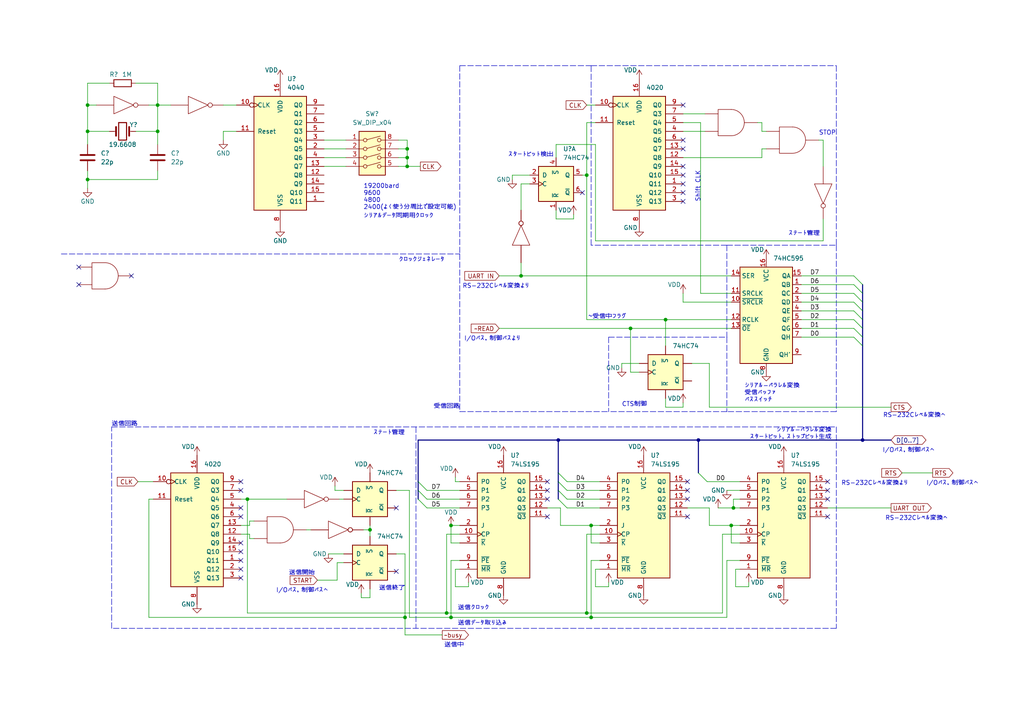
<source format=kicad_sch>
(kicad_sch (version 20211123) (generator eeschema)
  (paper "A4")
  (junction (at 25.4 38.1))
  (junction (at 107.315 153.67))
  (junction (at 193.04 92.71))
  (junction (at 45.72 38.1))
  (junction (at 170.18 50.8))
  (junction (at 130.81 179.07))
  (junction (at 45.72 30.48))
  (junction (at 130.81 152.4))
  (junction (at 71.755 144.78))
  (junction (at 250.19 127.635))
  (junction (at 117.475 179.07))
  (junction (at 161.925 127.635))
  (junction (at 129.54 177.8))
  (junction (at 170.18 177.8))
  (junction (at 118.11 43.18))
  (junction (at 212.725 147.32))
  (junction (at 212.09 152.4))
  (junction (at 25.4 30.48))
  (junction (at 151.13 80.01))
  (junction (at 171.45 152.4))
  (junction (at 118.11 45.72))
  (junction (at 118.11 48.26))
  (junction (at 182.88 95.25))
  (junction (at 25.4 52.07))
  (junction (at 171.45 179.07))
  (junction (at 202.565 127.635))
  (no_connect (at 158.75 144.78))
  (no_connect (at 69.85 160.02))
  (no_connect (at 199.39 144.78))
  (no_connect (at 158.75 142.24))
  (no_connect (at 158.75 139.7))
  (no_connect (at 69.85 162.56))
  (no_connect (at 240.03 142.24))
  (no_connect (at 199.39 149.86))
  (no_connect (at 198.12 40.64))
  (no_connect (at 240.03 149.86))
  (no_connect (at 168.91 55.88))
  (no_connect (at 198.12 30.48))
  (no_connect (at 240.03 144.78))
  (no_connect (at 69.85 165.1))
  (no_connect (at 240.03 139.7))
  (no_connect (at 198.12 50.8))
  (no_connect (at 114.935 165.735))
  (no_connect (at 69.85 142.24))
  (no_connect (at 69.85 167.64))
  (no_connect (at 198.12 55.88))
  (no_connect (at 69.85 139.7))
  (no_connect (at 198.12 58.42))
  (no_connect (at 199.39 142.24))
  (no_connect (at 22.86 77.47))
  (no_connect (at 198.12 53.34))
  (no_connect (at 69.85 149.86))
  (no_connect (at 69.85 147.32))
  (no_connect (at 198.12 43.18))
  (no_connect (at 38.1 80.01))
  (no_connect (at 199.39 139.7))
  (no_connect (at 198.12 48.26))
  (no_connect (at 158.75 149.86))
  (no_connect (at 69.85 157.48))
  (no_connect (at 114.935 147.32))
  (no_connect (at 22.86 82.55))
  (bus_entry (at 202.565 137.16) (size 2.54 2.54))
  (bus_entry (at 161.925 144.78) (size 2.54 2.54))
  (bus_entry (at 247.65 80.01) (size 2.54 2.54))
  (bus_entry (at 247.65 92.71) (size 2.54 2.54))
  (bus_entry (at 247.65 90.17) (size 2.54 2.54))
  (bus_entry (at 121.285 142.24) (size 2.54 2.54))
  (bus_entry (at 161.925 142.24) (size 2.54 2.54))
  (bus_entry (at 121.285 139.7) (size 2.54 2.54))
  (bus_entry (at 247.65 85.09) (size 2.54 2.54))
  (bus_entry (at 121.285 144.78) (size 2.54 2.54))
  (bus_entry (at 247.65 87.63) (size 2.54 2.54))
  (bus_entry (at 161.925 139.7) (size 2.54 2.54))
  (bus_entry (at 161.925 137.16) (size 2.54 2.54))
  (bus_entry (at 247.65 97.79) (size 2.54 2.54))
  (bus_entry (at 247.65 82.55) (size 2.54 2.54))
  (bus_entry (at 247.65 95.25) (size 2.54 2.54))
  (wire (pts (xy 130.81 162.56) (xy 133.35 162.56)))
  (wire (pts (xy 25.4 30.48) (xy 25.4 38.1)))
  (wire (pts (xy 212.725 144.78) (xy 212.725 147.32)))
  (wire (pts (xy 71.755 144.78) (xy 83.185 144.78)))
  (bus (pts (xy 250.19 127.635) (xy 258.445 127.635)))
  (wire (pts (xy 213.36 165.1) (xy 213.36 170.18)))
  (wire (pts (xy 123.825 142.24) (xy 133.35 142.24)))
  (wire (pts (xy 193.04 115.57) (xy 193.04 118.11)))
  (wire (pts (xy 205.105 139.7) (xy 214.63 139.7)))
  (wire (pts (xy 25.4 24.13) (xy 25.4 30.48)))
  (wire (pts (xy 148.59 50.8) (xy 153.67 50.8)))
  (wire (pts (xy 69.85 152.4) (xy 72.39 152.4)))
  (wire (pts (xy 25.4 38.1) (xy 31.75 38.1)))
  (wire (pts (xy 198.12 35.56) (xy 203.2 35.56)))
  (wire (pts (xy 220.98 38.1) (xy 222.25 38.1)))
  (polyline (pts (xy 210.82 71.12) (xy 171.45 71.12)))
  (bus (pts (xy 161.925 142.24) (xy 161.925 144.78)))
  (wire (pts (xy 25.4 38.1) (xy 25.4 41.91)))
  (wire (pts (xy 232.41 92.71) (xy 247.65 92.71)))
  (wire (pts (xy 214.63 165.1) (xy 213.36 165.1)))
  (wire (pts (xy 199.39 147.32) (xy 205.74 147.32)))
  (wire (pts (xy 261.62 137.16) (xy 270.51 137.16)))
  (wire (pts (xy 148.59 52.07) (xy 148.59 50.8)))
  (polyline (pts (xy 210.82 71.12) (xy 242.57 71.12)))
  (wire (pts (xy 118.745 179.07) (xy 130.81 179.07)))
  (wire (pts (xy 232.41 95.25) (xy 247.65 95.25)))
  (bus (pts (xy 121.285 127.635) (xy 121.285 139.7)))
  (wire (pts (xy 64.77 30.48) (xy 68.58 30.48)))
  (wire (pts (xy 172.72 69.85) (xy 238.76 69.85)))
  (wire (pts (xy 151.13 76.2) (xy 151.13 80.01)))
  (wire (pts (xy 173.99 152.4) (xy 171.45 152.4)))
  (wire (pts (xy 40.005 139.7) (xy 44.45 139.7)))
  (wire (pts (xy 173.99 154.94) (xy 170.18 154.94)))
  (wire (pts (xy 132.08 138.43) (xy 132.08 139.7)))
  (wire (pts (xy 161.29 41.91) (xy 172.72 41.91)))
  (wire (pts (xy 130.81 157.48) (xy 133.35 157.48)))
  (polyline (pts (xy 133.35 19.05) (xy 133.35 73.66)))
  (wire (pts (xy 129.54 154.94) (xy 133.35 154.94)))
  (wire (pts (xy 115.57 45.72) (xy 118.11 45.72)))
  (wire (pts (xy 100.33 43.18) (xy 93.98 43.18)))
  (wire (pts (xy 164.465 144.78) (xy 173.99 144.78)))
  (wire (pts (xy 129.54 177.8) (xy 129.54 154.94)))
  (bus (pts (xy 250.19 82.55) (xy 250.19 85.09)))
  (wire (pts (xy 43.18 30.48) (xy 45.72 30.48)))
  (wire (pts (xy 220.98 35.56) (xy 220.98 38.1)))
  (polyline (pts (xy 242.57 182.245) (xy 32.385 182.245)))
  (wire (pts (xy 114.935 142.24) (xy 118.745 142.24)))
  (wire (pts (xy 90.17 153.67) (xy 88.9 153.67)))
  (polyline (pts (xy 32.385 123.825) (xy 242.57 123.825)))
  (wire (pts (xy 45.72 52.07) (xy 45.72 49.53)))
  (polyline (pts (xy 32.385 182.245) (xy 32.385 123.825)))
  (polyline (pts (xy 210.82 119.38) (xy 176.53 119.38)))
  (wire (pts (xy 25.4 54.61) (xy 25.4 52.07)))
  (wire (pts (xy 170.18 92.71) (xy 193.04 92.71)))
  (wire (pts (xy 203.2 35.56) (xy 203.2 85.09)))
  (wire (pts (xy 153.67 53.34) (xy 151.13 53.34)))
  (wire (pts (xy 193.04 118.11) (xy 198.12 118.11)))
  (wire (pts (xy 173.99 162.56) (xy 171.45 162.56)))
  (wire (pts (xy 232.41 97.79) (xy 247.65 97.79)))
  (wire (pts (xy 107.315 153.67) (xy 107.315 155.575)))
  (polyline (pts (xy 17.78 73.66) (xy 133.35 73.66)))
  (polyline (pts (xy 242.57 19.05) (xy 242.57 71.12)))
  (wire (pts (xy 92.075 168.275) (xy 97.79 168.275)))
  (polyline (pts (xy 133.35 119.38) (xy 176.53 119.38)))
  (polyline (pts (xy 133.35 73.66) (xy 133.35 119.38)))
  (wire (pts (xy 164.465 142.24) (xy 173.99 142.24)))
  (bus (pts (xy 161.925 139.7) (xy 161.925 142.24)))
  (wire (pts (xy 44.45 144.78) (xy 43.18 144.78)))
  (wire (pts (xy 107.315 153.67) (xy 107.315 152.4)))
  (wire (pts (xy 172.72 165.1) (xy 172.72 170.18)))
  (bus (pts (xy 161.925 127.635) (xy 121.285 127.635)))
  (wire (pts (xy 220.98 43.18) (xy 222.25 43.18)))
  (polyline (pts (xy 176.53 97.79) (xy 210.82 97.79)))
  (wire (pts (xy 71.755 144.78) (xy 71.755 177.8)))
  (wire (pts (xy 25.4 49.53) (xy 25.4 52.07)))
  (wire (pts (xy 100.33 45.72) (xy 93.98 45.72)))
  (wire (pts (xy 104.775 173.355) (xy 107.315 173.355)))
  (wire (pts (xy 208.28 147.32) (xy 212.725 147.32)))
  (wire (pts (xy 232.41 82.55) (xy 247.65 82.55)))
  (bus (pts (xy 250.19 97.79) (xy 250.19 100.33)))
  (wire (pts (xy 144.78 80.01) (xy 151.13 80.01)))
  (wire (pts (xy 93.98 40.64) (xy 100.33 40.64)))
  (wire (pts (xy 210.82 179.07) (xy 171.45 179.07)))
  (wire (pts (xy 72.39 152.4) (xy 72.39 151.13)))
  (wire (pts (xy 170.18 177.8) (xy 209.55 177.8)))
  (bus (pts (xy 161.925 137.16) (xy 161.925 139.7)))
  (wire (pts (xy 105.41 153.67) (xy 107.315 153.67)))
  (wire (pts (xy 193.04 92.71) (xy 212.09 92.71)))
  (wire (pts (xy 171.45 152.4) (xy 171.45 157.48)))
  (wire (pts (xy 210.82 162.56) (xy 210.82 179.07)))
  (wire (pts (xy 161.29 63.5) (xy 166.37 63.5)))
  (wire (pts (xy 39.37 24.13) (xy 45.72 24.13)))
  (wire (pts (xy 45.72 30.48) (xy 49.53 30.48)))
  (wire (pts (xy 161.29 60.96) (xy 161.29 63.5)))
  (wire (pts (xy 164.465 139.7) (xy 173.99 139.7)))
  (polyline (pts (xy 171.45 19.05) (xy 242.57 19.05)))
  (wire (pts (xy 69.85 154.94) (xy 72.39 154.94)))
  (wire (pts (xy 151.13 53.34) (xy 151.13 60.96)))
  (wire (pts (xy 172.72 170.18) (xy 176.53 170.18)))
  (wire (pts (xy 71.755 177.8) (xy 129.54 177.8)))
  (wire (pts (xy 123.825 144.78) (xy 133.35 144.78)))
  (bus (pts (xy 161.925 127.635) (xy 202.565 127.635)))
  (wire (pts (xy 205.74 152.4) (xy 212.09 152.4)))
  (wire (pts (xy 180.34 105.41) (xy 185.42 105.41)))
  (wire (pts (xy 69.85 144.78) (xy 71.755 144.78)))
  (bus (pts (xy 250.19 92.71) (xy 250.19 95.25)))
  (wire (pts (xy 114.935 160.655) (xy 117.475 160.655)))
  (wire (pts (xy 133.35 152.4) (xy 130.81 152.4)))
  (wire (pts (xy 238.76 63.5) (xy 238.76 69.85)))
  (wire (pts (xy 214.63 152.4) (xy 212.09 152.4)))
  (wire (pts (xy 182.88 95.25) (xy 212.09 95.25)))
  (wire (pts (xy 212.725 144.78) (xy 214.63 144.78)))
  (wire (pts (xy 97.155 140.97) (xy 97.155 142.24)))
  (wire (pts (xy 117.475 179.07) (xy 117.475 184.15)))
  (wire (pts (xy 133.35 165.1) (xy 132.08 165.1)))
  (wire (pts (xy 132.08 139.7) (xy 133.35 139.7)))
  (wire (pts (xy 115.57 48.26) (xy 118.11 48.26)))
  (wire (pts (xy 162.56 147.32) (xy 162.56 152.4)))
  (wire (pts (xy 219.71 35.56) (xy 220.98 35.56)))
  (wire (pts (xy 123.825 147.32) (xy 133.35 147.32)))
  (wire (pts (xy 118.11 40.64) (xy 118.11 43.18)))
  (wire (pts (xy 97.79 163.195) (xy 97.79 168.275)))
  (wire (pts (xy 232.41 85.09) (xy 247.65 85.09)))
  (bus (pts (xy 250.19 100.33) (xy 250.19 127.635)))
  (wire (pts (xy 220.98 45.72) (xy 220.98 43.18)))
  (wire (pts (xy 171.45 179.07) (xy 130.81 179.07)))
  (wire (pts (xy 198.12 87.63) (xy 212.09 87.63)))
  (wire (pts (xy 170.18 92.71) (xy 170.18 50.8)))
  (wire (pts (xy 45.72 30.48) (xy 45.72 38.1)))
  (wire (pts (xy 172.72 41.91) (xy 172.72 69.85)))
  (wire (pts (xy 97.155 142.24) (xy 99.695 142.24)))
  (wire (pts (xy 237.49 40.64) (xy 238.76 40.64)))
  (polyline (pts (xy 120.65 123.825) (xy 120.65 182.245)))
  (wire (pts (xy 162.56 152.4) (xy 171.45 152.4)))
  (wire (pts (xy 209.55 154.94) (xy 209.55 177.8)))
  (wire (pts (xy 64.77 38.1) (xy 64.77 40.64)))
  (wire (pts (xy 173.99 165.1) (xy 172.72 165.1)))
  (wire (pts (xy 100.33 48.26) (xy 93.98 48.26)))
  (wire (pts (xy 132.08 170.18) (xy 135.89 170.18)))
  (wire (pts (xy 214.63 162.56) (xy 210.82 162.56)))
  (wire (pts (xy 172.72 35.56) (xy 170.18 35.56)))
  (wire (pts (xy 212.09 157.48) (xy 214.63 157.48)))
  (wire (pts (xy 95.25 160.655) (xy 99.695 160.655)))
  (wire (pts (xy 72.39 151.13) (xy 73.66 151.13)))
  (bus (pts (xy 121.285 139.7) (xy 121.285 142.24)))
  (bus (pts (xy 202.565 127.635) (xy 202.565 137.16)))
  (wire (pts (xy 115.57 40.64) (xy 118.11 40.64)))
  (wire (pts (xy 31.75 24.13) (xy 25.4 24.13)))
  (wire (pts (xy 176.53 170.18) (xy 176.53 168.91)))
  (wire (pts (xy 200.66 105.41) (xy 205.74 105.41)))
  (wire (pts (xy 170.18 154.94) (xy 170.18 177.8)))
  (wire (pts (xy 170.18 30.48) (xy 172.72 30.48)))
  (wire (pts (xy 72.39 156.21) (xy 73.66 156.21)))
  (bus (pts (xy 121.285 142.24) (xy 121.285 144.78)))
  (wire (pts (xy 118.745 142.24) (xy 118.745 179.07)))
  (wire (pts (xy 198.12 118.11) (xy 198.12 116.84)))
  (wire (pts (xy 25.4 52.07) (xy 45.72 52.07)))
  (wire (pts (xy 164.465 147.32) (xy 173.99 147.32)))
  (wire (pts (xy 193.04 92.71) (xy 193.04 100.33)))
  (polyline (pts (xy 242.57 123.825) (xy 242.57 182.245)))
  (bus (pts (xy 202.565 127.635) (xy 250.19 127.635)))
  (wire (pts (xy 117.475 160.655) (xy 117.475 179.07)))
  (bus (pts (xy 250.19 95.25) (xy 250.19 97.79)))
  (wire (pts (xy 170.18 50.8) (xy 168.91 50.8)))
  (wire (pts (xy 171.45 162.56) (xy 171.45 179.07)))
  (wire (pts (xy 25.4 30.48) (xy 27.94 30.48)))
  (wire (pts (xy 205.74 147.32) (xy 205.74 152.4)))
  (wire (pts (xy 99.695 163.195) (xy 97.79 163.195)))
  (polyline (pts (xy 242.57 119.38) (xy 210.82 119.38)))
  (wire (pts (xy 213.36 170.18) (xy 217.17 170.18)))
  (wire (pts (xy 72.39 154.94) (xy 72.39 156.21)))
  (wire (pts (xy 135.89 170.18) (xy 135.89 168.91)))
  (wire (pts (xy 129.54 177.8) (xy 170.18 177.8)))
  (wire (pts (xy 171.45 157.48) (xy 173.99 157.48)))
  (bus (pts (xy 250.19 87.63) (xy 250.19 90.17)))
  (wire (pts (xy 198.12 45.72) (xy 220.98 45.72)))
  (bus (pts (xy 161.925 127.635) (xy 161.925 137.16)))
  (wire (pts (xy 170.18 35.56) (xy 170.18 50.8)))
  (wire (pts (xy 212.725 147.32) (xy 214.63 147.32)))
  (wire (pts (xy 232.41 90.17) (xy 247.65 90.17)))
  (wire (pts (xy 68.58 38.1) (xy 64.77 38.1)))
  (polyline (pts (xy 210.82 97.79) (xy 210.82 119.38)))
  (wire (pts (xy 118.11 45.72) (xy 118.11 48.26)))
  (wire (pts (xy 210.82 142.24) (xy 214.63 142.24)))
  (polyline (pts (xy 242.57 71.12) (xy 242.57 119.38)))
  (wire (pts (xy 198.12 38.1) (xy 204.47 38.1)))
  (wire (pts (xy 166.37 63.5) (xy 166.37 62.23)))
  (wire (pts (xy 161.29 45.72) (xy 161.29 41.91)))
  (wire (pts (xy 115.57 43.18) (xy 118.11 43.18)))
  (wire (pts (xy 232.41 87.63) (xy 247.65 87.63)))
  (wire (pts (xy 198.12 85.09) (xy 198.12 87.63)))
  (polyline (pts (xy 171.45 71.12) (xy 171.45 19.05)))
  (wire (pts (xy 45.72 38.1) (xy 45.72 41.91)))
  (wire (pts (xy 132.08 165.1) (xy 132.08 170.18)))
  (wire (pts (xy 130.81 152.4) (xy 130.81 157.48)))
  (wire (pts (xy 214.63 154.94) (xy 209.55 154.94)))
  (polyline (pts (xy 176.53 97.79) (xy 176.53 119.38)))
  (wire (pts (xy 182.88 95.25) (xy 182.88 107.95)))
  (wire (pts (xy 180.34 106.68) (xy 180.34 105.41)))
  (bus (pts (xy 250.19 85.09) (xy 250.19 87.63)))
  (wire (pts (xy 203.2 85.09) (xy 212.09 85.09)))
  (polyline (pts (xy 133.35 19.05) (xy 171.45 19.05)))
  (wire (pts (xy 182.88 107.95) (xy 185.42 107.95)))
  (wire (pts (xy 118.11 43.18) (xy 118.11 45.72)))
  (wire (pts (xy 212.09 152.4) (xy 212.09 157.48)))
  (wire (pts (xy 238.76 40.64) (xy 238.76 48.26)))
  (wire (pts (xy 205.74 118.11) (xy 258.445 118.11)))
  (wire (pts (xy 151.13 80.01) (xy 212.09 80.01)))
  (wire (pts (xy 232.41 80.01) (xy 247.65 80.01)))
  (wire (pts (xy 39.37 38.1) (xy 45.72 38.1)))
  (wire (pts (xy 104.775 172.085) (xy 104.775 173.355)))
  (wire (pts (xy 98.425 144.78) (xy 99.695 144.78)))
  (wire (pts (xy 130.81 179.07) (xy 130.81 162.56)))
  (wire (pts (xy 117.475 179.07) (xy 43.18 179.07)))
  (wire (pts (xy 43.18 144.78) (xy 43.18 179.07)))
  (wire (pts (xy 45.72 24.13) (xy 45.72 30.48)))
  (wire (pts (xy 107.315 173.355) (xy 107.315 170.815)))
  (wire (pts (xy 117.475 184.15) (xy 128.27 184.15)))
  (wire (pts (xy 217.17 170.18) (xy 217.17 168.91)))
  (wire (pts (xy 258.445 147.32) (xy 240.03 147.32)))
  (wire (pts (xy 205.74 105.41) (xy 205.74 118.11)))
  (bus (pts (xy 250.19 90.17) (xy 250.19 92.71)))
  (wire (pts (xy 144.78 95.25) (xy 182.88 95.25)))
  (polyline (pts (xy 210.82 71.12) (xy 210.82 97.79)))
  (wire (pts (xy 198.12 33.02) (xy 204.47 33.02)))
  (wire (pts (xy 118.11 48.26) (xy 121.92 48.26)))
  (wire (pts (xy 158.75 147.32) (xy 162.56 147.32)))
  (text "19200bard\n9600\n4800\n2400(よく使う分周比で設定可能)" (at 105.41 60.96 0) (effects (font (size 1.27 1.27)) (justify left bottom)))
  (text "STOP" (at 237.49 39.37 0) (effects (font (size 1.27 1.27)) (justify left bottom)))
  (text "RS-232Cレベル変換より" (at 263.525 140.97 180) (effects (font (size 1.27 1.27)) (justify right bottom)))
  (text "〜受信中フラグ" (at 181.61 92.71 180) (effects (font (size 1.27 1.27)) (justify right bottom)))
  (text "シリアル-パラレル変換\n受信バッファ\nバススイッチ" (at 215.9 116.84 0) (effects (font (size 1.27 1.27)) (justify left bottom)))
  (text "I/Oバス，制御バスへ" (at 271.145 131.445 180) (effects (font (size 1.27 1.27)) (justify right bottom)))
  (text "Shift CLK" (at 203.2 49.53 270) (effects (font (size 1.27 1.27)) (justify right bottom)))
  (text "送信データ取り込み" (at 132.715 181.61 0) (effects (font (size 1.27 1.27)) (justify left bottom)))
  (text "RS-232Cレベル変換へ" (at 274.32 121.285 180) (effects (font (size 1.27 1.27)) (justify right bottom)))
  (text "I/Oバス，制御バスより" (at 151.13 99.06 180) (effects (font (size 1.27 1.27)) (justify right bottom)))
  (text "スタートビット検出" (at 147.32 45.72 0) (effects (font (size 1.27 1.27)) (justify left bottom)))
  (text "RS-232Cレベル変換へ" (at 274.955 151.13 180) (effects (font (size 1.27 1.27)) (justify right bottom)))
  (text "送信終了" (at 109.855 171.45 0) (effects (font (size 1.27 1.27)) (justify left bottom)))
  (text "I/Oバス，制御バスへ" (at 95.25 172.085 180) (effects (font (size 1.27 1.27)) (justify right bottom)))
  (text "I/Oバス，制御バスへ" (at 283.845 140.97 180) (effects (font (size 1.27 1.27)) (justify right bottom)))
  (text "受信回路" (at 125.73 118.745 0) (effects (font (size 1.27 1.27)) (justify left bottom)))
  (text "CTS制御" (at 180.34 118.11 0) (effects (font (size 1.27 1.27)) (justify left bottom)))
  (text "ステート管理" (at 228.6 68.58 0) (effects (font (size 1.27 1.27)) (justify left bottom)))
  (text "シリアルデータ同期用クロック" (at 105.41 63.5 0) (effects (font (size 1.27 1.27)) (justify left bottom)))
  (text "クロックジェネレータ" (at 115.57 76.2 0) (effects (font (size 1.27 1.27)) (justify left bottom)))
  (text "シリアル-パラレル変換\nスタートビット，ストップビット生成" (at 241.3 127.635 180) (effects (font (size 1.27 1.27)) (justify right bottom)))
  (text "ステート管理" (at 117.475 126.365 180) (effects (font (size 1.27 1.27)) (justify right bottom)))
  (text "RS-232Cレベル変換より" (at 153.67 83.82 180) (effects (font (size 1.27 1.27)) (justify right bottom)))
  (text "送信中" (at 134.62 187.96 180) (effects (font (size 1.27 1.27)) (justify right bottom)))
  (text "送信回路" (at 40.005 123.825 180) (effects (font (size 1.27 1.27)) (justify right bottom)))
  (text "送信クロック" (at 132.715 177.165 0) (effects (font (size 1.27 1.27)) (justify left bottom)))
  (text "送信開始" (at 91.44 167.005 180) (effects (font (size 1.27 1.27)) (justify right bottom)))
  (label "D6" (at 125.095 144.78 0))
  (label "D5" (at 234.95 85.09 0))
  (label "D7" (at 125.095 142.24 0))
  (label "D4" (at 167.005 139.7 0))
  (label "D0" (at 234.95 97.79 0))
  (label "D5" (at 125.095 147.32 0))
  (label "D4" (at 234.95 87.63 0))
  (label "D6" (at 234.95 82.55 0))
  (label "D2" (at 167.005 144.78 0))
  (label "D0" (at 207.645 139.7 0))
  (label "D2" (at 234.95 92.71 0))
  (label "D1" (at 167.005 147.32 0))
  (label "D3" (at 167.005 142.24 0))
  (label "D1" (at 234.95 95.25 0))
  (label "D7" (at 234.95 80.01 0))
  (label "D3" (at 234.95 90.17 0))
  (global_label "RTS" (shape output) (at 270.51 137.16 0) (property "シート間のリファレンス" "${INTERSHEET_REFS}" (effects hide)))
  (global_label "~READ" (shape input) (at 144.78 95.25 180) (property "シート間のリファレンス" "${INTERSHEET_REFS}" (effects hide)))
  (global_label "UART IN" (shape input) (at 144.78 80.01 180) (property "シート間のリファレンス" "${INTERSHEET_REFS}" (effects hide)))
  (global_label "CTS" (shape output) (at 258.445 118.11 0) (property "シート間のリファレンス" "${INTERSHEET_REFS}" (effects hide)))
  (global_label "RTS" (shape input) (at 261.62 137.16 180) (property "シート間のリファレンス" "${INTERSHEET_REFS}" (effects hide)))
  (global_label "START" (shape input) (at 92.075 168.275 180) (property "シート間のリファレンス" "${INTERSHEET_REFS}" (effects hide)))
  (global_label "D[0..7]" (shape bidirectional) (at 258.445 127.635 0) (property "シート間のリファレンス" "${INTERSHEET_REFS}" (effects hide)))
  (global_label "CLK" (shape input) (at 40.005 139.7 180) (property "Intersheet References" "${INTERSHEET_REFS}" (effects hide)))
  (global_label "CLK" (shape output) (at 121.92 48.26 0) (property "Intersheet References" "${INTERSHEET_REFS}" (effects hide)))
  (global_label "CLK" (shape input) (at 170.18 30.48 180) (property "Intersheet References" "${INTERSHEET_REFS}" (effects hide)))
  (global_label "~busy" (shape output) (at 128.27 184.15 0) (property "シート間のリファレンス" "${INTERSHEET_REFS}" (effects hide)))
  (global_label "UART OUT" (shape output) (at 258.445 147.32 0) (property "シート間のリファレンス" "${INTERSHEET_REFS}" (effects hide)))
  (symbol (lib_id "power:VDD") (at 97.155 140.97 0) (unit 1)
    (property "Reference" "#PWR?" (effects hide))
    (property "Value" "VDD" (at 94.615 138.43 0))
  )
  (symbol (lib_id "power:VDD") (at 146.05 132.08 0) (unit 1)
    (property "Reference" "#PWR?" (effects hide))
    (property "Value" "VDD" (at 143.51 129.54 0))
  )
  (symbol (lib_id "power:VDD") (at 135.89 168.91 0) (unit 1)
    (property "Reference" "#PWR?" (effects hide))
    (property "Value" "VDD" (at 138.43 168.91 0))
  )
  (symbol (lib_id "power:VDD") (at 208.28 147.32 0) (unit 1)
    (property "Reference" "#PWR?" (effects hide))
    (property "Value" "VDD" (at 205.74 144.78 0))
  )
  (symbol (lib_name "CD74HC04_2") (lib_id "CD74HCXX:CD74HC04") (at 238.76 55.88 270) (unit 3)
    (property "Reference" "U?" (effects hide))
    (property "Value" "CD74HC04" (effects hide))
  )
  (symbol (lib_name "GND_1") (lib_id "power:GND") (at 180.34 106.68 0) (unit 1)
    (property "Reference" "#PWR?" (effects hide))
    (property "Value" "GND" (at 177.8 106.68 0))
  )
  (symbol (lib_name "GND_1") (lib_id "power:GND") (at 222.25 107.95 0) (unit 1)
    (property "Reference" "#PWR?" (effects hide))
    (property "Value" "GND" (at 219.71 107.95 0))
  )
  (symbol (lib_id "CD74HCXX:CD74HC08") (at 30.48 80.01 0) (unit 4)
    (property "Reference" "U?" (effects hide))
    (property "Value" "CD74HC08" (effects hide))
  )
  (symbol (lib_id "74xx:74LS195") (at 146.05 152.4 0) (unit 1)
    (property "Reference" "U?" (at 148.0694 132.08 0) (effects (justify left)))
    (property "Value" "74LS195" (at 148.0694 134.62 0) (effects (justify left)))
    (property "Datasheet" "http://www.ti.com/lit/gpn/sn74LS195" (effects hide))
  )
  (symbol (lib_id "power:VDD") (at 186.69 132.08 0) (unit 1)
    (property "Reference" "#PWR?" (effects hide))
    (property "Value" "VDD" (at 184.15 129.54 0))
  )
  (symbol (lib_id "Device:C") (at 25.4 45.72 0) (unit 1)
    (property "Reference" "C?" (at 29.21 44.4499 0) (effects (justify left)))
    (property "Value" "22p" (at 29.21 46.9899 0) (effects (justify left)))
  )
  (symbol (lib_id "4xxx:4020") (at 185.42 43.18 0) (unit 1)
    (property "Reference" "U?" (effects hide))
    (property "Value" "4020" (at 187.4394 25.4 0) (effects (justify left)))
    (property "Datasheet" "http://www.intersil.com/content/dam/Intersil/documents/cd40/cd4020bms-24bms-40bms.pdf" (effects hide))
  )
  (symbol (lib_name "CD74HC04_3") (lib_id "CD74HCXX:CD74HC04") (at 90.805 144.78 0) (unit 6)
    (property "Reference" "U?" (effects hide))
    (property "Value" "CD74HC04" (effects hide))
  )
  (symbol (lib_id "Switch:SW_DIP_x04") (at 107.95 45.72 0) (unit 1)
    (property "Reference" "SW?" (at 107.95 33.02 0))
    (property "Value" "SW_DIP_x04" (at 107.95 35.56 0))
  )
  (symbol (lib_id "power:VDD") (at 198.12 116.84 0) (unit 1)
    (property "Reference" "#PWR?" (effects hide))
    (property "Value" "VDD" (at 195.58 115.57 0))
  )
  (symbol (lib_id "power:VDD") (at 227.33 132.08 0) (unit 1)
    (property "Reference" "#PWR?" (effects hide))
    (property "Value" "VDD" (at 224.79 129.54 0))
  )
  (symbol (lib_name "GND_1") (lib_id "power:GND") (at 186.69 172.72 0) (unit 1)
    (property "Reference" "#PWR?" (effects hide))
    (property "Value" "GND" (at 184.15 172.72 0))
  )
  (symbol (lib_name "GND_1") (lib_id "power:GND") (at 95.25 160.655 0) (unit 1)
    (property "Reference" "#PWR?" (effects hide))
    (property "Value" "GND" (at 92.71 160.655 0))
  )
  (symbol (lib_id "74xx:74HC595") (at 222.25 90.17 0) (unit 1)
    (property "Reference" "U?" (effects hide))
    (property "Value" "74HC595" (at 224.2694 74.93 0) (effects (justify left)))
    (property "Datasheet" "http://www.ti.com/lit/ds/symlink/sn74hc595.pdf" (effects hide))
  )
  (symbol (lib_id "power:VDD") (at 185.42 22.86 0) (unit 1)
    (property "Reference" "#PWR?" (effects hide))
    (property "Value" "VDD" (at 182.88 20.32 0))
  )
  (symbol (lib_id "CD74HCXX:CD74HC04") (at 57.15 30.48 0) (unit 2)
    (property "Reference" "U?" (effects hide))
    (property "Value" "CD74HC04" (effects hide))
  )
  (symbol (lib_name "74HC74_1") (lib_id "74xx:74HC74") (at 193.04 107.95 0) (unit 2)
    (property "Reference" "U?" (effects hide))
    (property "Value" "74HC74" (at 195.0594 100.33 0) (effects (justify left)))
    (property "Datasheet" "74xx/74hc_hct74.pdf" (effects hide))
  )
  (symbol (lib_id "power:VDD") (at 217.17 168.91 0) (unit 1)
    (property "Reference" "#PWR?" (effects hide))
    (property "Value" "VDD" (at 219.71 168.91 0))
  )
  (symbol (lib_name "74HC74_3") (lib_id "74xx:74HC74") (at 107.315 144.78 0) (unit 2)
    (property "Reference" "U?" (effects hide))
    (property "Value" "74HC74" (at 109.3344 137.16 0) (effects (justify left)))
    (property "Datasheet" "74xx/74hc_hct74.pdf" (effects hide))
  )
  (symbol (lib_id "4xxx:4040") (at 81.28 43.18 0) (unit 1)
    (property "Reference" "U?" (at 83.2994 22.86 0) (effects (justify left)))
    (property "Value" "4040" (at 83.2994 25.4 0) (effects (justify left)))
    (property "Datasheet" "http://www.intersil.com/content/dam/Intersil/documents/cd40/cd4020bms-24bms-40bms.pdf" (effects hide))
  )
  (symbol (lib_id "power:VDD") (at 166.37 62.23 0) (unit 1)
    (property "Reference" "#PWR?" (effects hide))
    (property "Value" "VDD" (at 163.83 60.96 0))
  )
  (symbol (lib_id "74xx:74HC74") (at 161.29 53.34 0) (unit 1)
    (property "Reference" "U?" (at 163.3094 43.18 0) (effects (justify left)))
    (property "Value" "74HC74" (at 163.3094 45.72 0) (effects (justify left)))
    (property "Datasheet" "74xx/74hc_hct74.pdf" (effects hide))
  )
  (symbol (lib_name "GND_1") (lib_id "power:GND") (at 146.05 172.72 0) (unit 1)
    (property "Reference" "#PWR?" (effects hide))
    (property "Value" "GND" (at 143.51 172.72 0))
  )
  (symbol (lib_id "Device:C") (at 45.72 45.72 0) (unit 1)
    (property "Reference" "C?" (at 49.53 44.4499 0) (effects (justify left)))
    (property "Value" "22p" (at 49.53 46.9899 0) (effects (justify left)))
  )
  (symbol (lib_id "power:GND") (at 64.77 40.64 0) (unit 1)
    (property "Reference" "#PWR?" (effects hide))
    (property "Value" "GND" (at 64.77 44.45 0))
  )
  (symbol (lib_name "CD74HC08_3") (lib_id "CD74HCXX:CD74HC08") (at 81.28 153.67 0) (unit 3)
    (property "Reference" "U?" (effects hide))
    (property "Value" "CD74HC08" (effects hide))
  )
  (symbol (lib_name "GND_1") (lib_id "power:GND") (at 185.42 66.04 0) (unit 1)
    (property "Reference" "#PWR?" (effects hide))
    (property "Value" "GND" (at 182.88 66.04 0))
  )
  (symbol (lib_id "power:VDD") (at 81.28 22.86 0) (unit 1)
    (property "Reference" "#PWR?" (effects hide))
    (property "Value" "VDD" (at 78.74 20.32 0))
  )
  (symbol (lib_id "power:VDD") (at 222.25 74.93 0) (unit 1)
    (property "Reference" "#PWR?" (effects hide))
    (property "Value" "VDD" (at 219.71 72.39 0))
  )
  (symbol (lib_id "Device:Crystal") (at 35.56 38.1 0) (unit 1)
    (property "Reference" "Y?" (at 38.735 36.195 0))
    (property "Value" "19.6608" (at 35.56 41.91 0))
  )
  (symbol (lib_id "power:VDD") (at 57.15 132.08 0) (unit 1)
    (property "Reference" "#PWR?" (effects hide))
    (property "Value" "VDD" (at 54.61 129.54 0))
  )
  (symbol (lib_name "CD74HC08_2") (lib_id "CD74HCXX:CD74HC08") (at 229.87 40.64 0) (unit 2)
    (property "Reference" "U?" (effects hide))
    (property "Value" "CD74HC08" (effects hide))
  )
  (symbol (lib_name "GND_1") (lib_id "power:GND") (at 148.59 52.07 0) (unit 1)
    (property "Reference" "#PWR?" (effects hide))
    (property "Value" "GND" (at 146.05 52.07 0))
  )
  (symbol (lib_id "power:VDD") (at 130.81 152.4 0) (unit 1)
    (property "Reference" "#PWR?" (effects hide))
    (property "Value" "VDD" (at 130.81 148.59 0))
  )
  (symbol (lib_id "power:GND") (at 25.4 54.61 0) (unit 1)
    (property "Reference" "#PWR?" (effects hide))
    (property "Value" "GND" (at 25.4 58.42 0))
  )
  (symbol (lib_id "power:VDD") (at 176.53 168.91 0) (unit 1)
    (property "Reference" "#PWR?" (effects hide))
    (property "Value" "VDD" (at 179.07 168.91 0))
  )
  (symbol (lib_name "CD74HC04_5") (lib_id "CD74HCXX:CD74HC04") (at 35.56 30.48 0) (unit 1)
    (property "Reference" "U?" (effects hide))
    (property "Value" "CD74HC04" (effects hide))
  )
  (symbol (lib_name "GND_1") (lib_id "power:GND") (at 57.15 175.26 0) (unit 1)
    (property "Reference" "#PWR?" (effects hide))
    (property "Value" "GND" (at 54.61 175.26 0))
  )
  (symbol (lib_name "CD74HC08_1") (lib_id "CD74HCXX:CD74HC08") (at 212.09 35.56 0) (unit 1)
    (property "Reference" "U?" (effects hide))
    (property "Value" "CD74HC08" (effects hide))
  )
  (symbol (lib_id "power:VDD") (at 107.315 137.16 0) (unit 1)
    (property "Reference" "#PWR?" (effects hide))
    (property "Value" "VDD" (at 104.775 134.62 0))
  )
  (symbol (lib_id "Device:R") (at 35.56 24.13 90) (unit 1)
    (property "Reference" "R?" (at 33.02 21.59 90))
    (property "Value" "1M" (at 36.83 21.59 90))
  )
  (symbol (lib_id "power:GND") (at 81.28 66.04 0) (unit 1)
    (property "Reference" "#PWR?" (effects hide))
    (property "Value" "GND" (at 81.28 69.85 0))
  )
  (symbol (lib_name "CD74HC04_4") (lib_id "CD74HCXX:CD74HC04") (at 97.79 153.67 0) (unit 5)
    (property "Reference" "U?" (effects hide))
    (property "Value" "CD74HC04" (effects hide))
  )
  (symbol (lib_id "74xx:74LS195") (at 186.69 152.4 0) (unit 1)
    (property "Reference" "U?" (at 188.7094 132.08 0) (effects (justify left)))
    (property "Value" "74LS195" (at 188.7094 134.62 0) (effects (justify left)))
    (property "Datasheet" "http://www.ti.com/lit/gpn/sn74LS195" (effects hide))
  )
  (symbol (lib_id "74xx:74LS195") (at 227.33 152.4 0) (unit 1)
    (property "Reference" "U?" (at 229.3494 132.08 0) (effects (justify left)))
    (property "Value" "74LS195" (at 229.3494 134.62 0) (effects (justify left)))
    (property "Datasheet" "http://www.ti.com/lit/gpn/sn74LS195" (effects hide))
  )
  (symbol (lib_id "power:VDD") (at 104.775 172.085 0) (unit 1)
    (property "Reference" "#PWR?" (effects hide))
    (property "Value" "VDD" (at 102.235 169.545 0))
  )
  (symbol (lib_id "power:VDD") (at 132.08 138.43 0) (unit 1)
    (property "Reference" "#PWR?" (effects hide))
    (property "Value" "VDD" (at 129.54 135.89 0))
  )
  (symbol (lib_name "GND_1") (lib_id "power:GND") (at 227.33 172.72 0) (unit 1)
    (property "Reference" "#PWR?" (effects hide))
    (property "Value" "GND" (at 224.79 172.72 0))
  )
  (symbol (lib_id "4xxx:4020") (at 57.15 152.4 0) (unit 1)
    (property "Reference" "U?" (effects hide))
    (property "Value" "4020" (at 59.1694 134.62 0) (effects (justify left)))
    (property "Datasheet" "http://www.intersil.com/content/dam/Intersil/documents/cd40/cd4020bms-24bms-40bms.pdf" (effects hide))
  )
  (symbol (lib_name "GND_1") (lib_id "power:GND") (at 210.82 142.24 0) (unit 1)
    (property "Reference" "#PWR?" (effects hide))
    (property "Value" "GND" (at 208.28 142.24 0))
  )
  (symbol (lib_id "power:VDD") (at 198.12 85.09 0) (unit 1)
    (property "Reference" "#PWR?" (effects hide))
    (property "Value" "VDD" (at 195.58 82.55 0))
  )
  (symbol (lib_name "74HC74_2") (lib_id "74xx:74HC74") (at 107.315 163.195 0) (unit 1)
    (property "Reference" "U?" (effects hide))
    (property "Value" "74HC74" (at 109.3344 155.575 0) (effects (justify left)))
    (property "Datasheet" "74xx/74hc_hct74.pdf" (effects hide))
  )
  (symbol (lib_name "CD74HC04_1") (lib_id "CD74HCXX:CD74HC04") (at 151.13 68.58 90) (unit 4)
    (property "Reference" "U?" (effects hide))
    (property "Value" "CD74HC04" (effects hide))
  )
)
</source>
